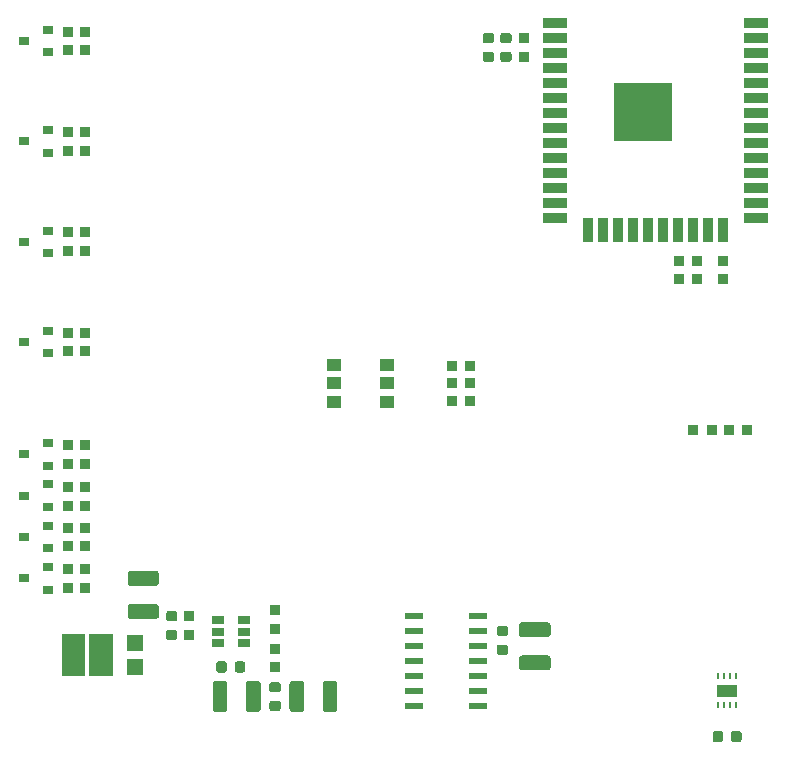
<source format=gbr>
G04 #@! TF.GenerationSoftware,KiCad,Pcbnew,5.0.2-bee76a0~70~ubuntu18.04.1*
G04 #@! TF.CreationDate,2019-07-19T10:20:09+02:00*
G04 #@! TF.ProjectId,Plant_monitoring_device,506c616e-745f-46d6-9f6e-69746f72696e,rev?*
G04 #@! TF.SameCoordinates,Original*
G04 #@! TF.FileFunction,Paste,Top*
G04 #@! TF.FilePolarity,Positive*
%FSLAX46Y46*%
G04 Gerber Fmt 4.6, Leading zero omitted, Abs format (unit mm)*
G04 Created by KiCad (PCBNEW 5.0.2-bee76a0~70~ubuntu18.04.1) date Fri 19 Jul 2019 10:20:09 CEST*
%MOMM*%
%LPD*%
G01*
G04 APERTURE LIST*
%ADD10C,0.100000*%
%ADD11R,5.000000X5.000000*%
%ADD12R,2.000000X0.900000*%
%ADD13R,0.900000X2.000000*%
%ADD14C,1.250000*%
%ADD15R,1.450000X1.450000*%
%ADD16R,0.950000X0.875000*%
%ADD17R,1.200000X1.000000*%
%ADD18R,0.875000X0.950000*%
%ADD19C,0.875000*%
%ADD20R,1.500000X0.600000*%
%ADD21R,1.060000X0.650000*%
%ADD22R,0.900000X0.800000*%
%ADD23R,0.250000X0.600000*%
%ADD24R,1.700000X1.000000*%
G04 APERTURE END LIST*
D10*
G04 #@! TO.C,D1*
G36*
X199000000Y-131200000D02*
X197000000Y-131200000D01*
X197000000Y-134800000D01*
X199000000Y-134800000D01*
X199000000Y-131200000D01*
G37*
G36*
X196700000Y-131200000D02*
X194700000Y-131200000D01*
X194700000Y-134800000D01*
X196700000Y-134800000D01*
X196700000Y-131200000D01*
G37*
G04 #@! TD*
D11*
G04 #@! TO.C,U1*
X243930000Y-86980000D03*
D12*
X253445000Y-79495000D03*
X253445000Y-80765000D03*
X253445000Y-82035000D03*
X253445000Y-83305000D03*
X253445000Y-84575000D03*
X253445000Y-85845000D03*
X253445000Y-87115000D03*
X253445000Y-88385000D03*
X253445000Y-89655000D03*
X253445000Y-90925000D03*
X253445000Y-92195000D03*
X253445000Y-93465000D03*
X253445000Y-94735000D03*
X253445000Y-96005000D03*
D13*
X250660000Y-97005000D03*
X249390000Y-97005000D03*
X248120000Y-97005000D03*
X246850000Y-97005000D03*
X245580000Y-97005000D03*
X244310000Y-97005000D03*
X243040000Y-97005000D03*
X241770000Y-97005000D03*
X240500000Y-97005000D03*
X239230000Y-97005000D03*
D12*
X236445000Y-96005000D03*
X236445000Y-94735000D03*
X236445000Y-93465000D03*
X236445000Y-92195000D03*
X236445000Y-90925000D03*
X236445000Y-89655000D03*
X236445000Y-88385000D03*
X236445000Y-87115000D03*
X236445000Y-85845000D03*
X236445000Y-84575000D03*
X236445000Y-83305000D03*
X236445000Y-82035000D03*
X236445000Y-80765000D03*
X236445000Y-79495000D03*
G04 #@! TD*
D10*
G04 #@! TO.C,C31*
G36*
X202699504Y-125876204D02*
X202723773Y-125879804D01*
X202747571Y-125885765D01*
X202770671Y-125894030D01*
X202792849Y-125904520D01*
X202813893Y-125917133D01*
X202833598Y-125931747D01*
X202851777Y-125948223D01*
X202868253Y-125966402D01*
X202882867Y-125986107D01*
X202895480Y-126007151D01*
X202905970Y-126029329D01*
X202914235Y-126052429D01*
X202920196Y-126076227D01*
X202923796Y-126100496D01*
X202925000Y-126125000D01*
X202925000Y-126875000D01*
X202923796Y-126899504D01*
X202920196Y-126923773D01*
X202914235Y-126947571D01*
X202905970Y-126970671D01*
X202895480Y-126992849D01*
X202882867Y-127013893D01*
X202868253Y-127033598D01*
X202851777Y-127051777D01*
X202833598Y-127068253D01*
X202813893Y-127082867D01*
X202792849Y-127095480D01*
X202770671Y-127105970D01*
X202747571Y-127114235D01*
X202723773Y-127120196D01*
X202699504Y-127123796D01*
X202675000Y-127125000D01*
X200525000Y-127125000D01*
X200500496Y-127123796D01*
X200476227Y-127120196D01*
X200452429Y-127114235D01*
X200429329Y-127105970D01*
X200407151Y-127095480D01*
X200386107Y-127082867D01*
X200366402Y-127068253D01*
X200348223Y-127051777D01*
X200331747Y-127033598D01*
X200317133Y-127013893D01*
X200304520Y-126992849D01*
X200294030Y-126970671D01*
X200285765Y-126947571D01*
X200279804Y-126923773D01*
X200276204Y-126899504D01*
X200275000Y-126875000D01*
X200275000Y-126125000D01*
X200276204Y-126100496D01*
X200279804Y-126076227D01*
X200285765Y-126052429D01*
X200294030Y-126029329D01*
X200304520Y-126007151D01*
X200317133Y-125986107D01*
X200331747Y-125966402D01*
X200348223Y-125948223D01*
X200366402Y-125931747D01*
X200386107Y-125917133D01*
X200407151Y-125904520D01*
X200429329Y-125894030D01*
X200452429Y-125885765D01*
X200476227Y-125879804D01*
X200500496Y-125876204D01*
X200525000Y-125875000D01*
X202675000Y-125875000D01*
X202699504Y-125876204D01*
X202699504Y-125876204D01*
G37*
D14*
X201600000Y-126500000D03*
D10*
G36*
X202699504Y-128676204D02*
X202723773Y-128679804D01*
X202747571Y-128685765D01*
X202770671Y-128694030D01*
X202792849Y-128704520D01*
X202813893Y-128717133D01*
X202833598Y-128731747D01*
X202851777Y-128748223D01*
X202868253Y-128766402D01*
X202882867Y-128786107D01*
X202895480Y-128807151D01*
X202905970Y-128829329D01*
X202914235Y-128852429D01*
X202920196Y-128876227D01*
X202923796Y-128900496D01*
X202925000Y-128925000D01*
X202925000Y-129675000D01*
X202923796Y-129699504D01*
X202920196Y-129723773D01*
X202914235Y-129747571D01*
X202905970Y-129770671D01*
X202895480Y-129792849D01*
X202882867Y-129813893D01*
X202868253Y-129833598D01*
X202851777Y-129851777D01*
X202833598Y-129868253D01*
X202813893Y-129882867D01*
X202792849Y-129895480D01*
X202770671Y-129905970D01*
X202747571Y-129914235D01*
X202723773Y-129920196D01*
X202699504Y-129923796D01*
X202675000Y-129925000D01*
X200525000Y-129925000D01*
X200500496Y-129923796D01*
X200476227Y-129920196D01*
X200452429Y-129914235D01*
X200429329Y-129905970D01*
X200407151Y-129895480D01*
X200386107Y-129882867D01*
X200366402Y-129868253D01*
X200348223Y-129851777D01*
X200331747Y-129833598D01*
X200317133Y-129813893D01*
X200304520Y-129792849D01*
X200294030Y-129770671D01*
X200285765Y-129747571D01*
X200279804Y-129723773D01*
X200276204Y-129699504D01*
X200275000Y-129675000D01*
X200275000Y-128925000D01*
X200276204Y-128900496D01*
X200279804Y-128876227D01*
X200285765Y-128852429D01*
X200294030Y-128829329D01*
X200304520Y-128807151D01*
X200317133Y-128786107D01*
X200331747Y-128766402D01*
X200348223Y-128748223D01*
X200366402Y-128731747D01*
X200386107Y-128717133D01*
X200407151Y-128704520D01*
X200429329Y-128694030D01*
X200452429Y-128685765D01*
X200476227Y-128679804D01*
X200500496Y-128676204D01*
X200525000Y-128675000D01*
X202675000Y-128675000D01*
X202699504Y-128676204D01*
X202699504Y-128676204D01*
G37*
D14*
X201600000Y-129300000D03*
G04 #@! TD*
D15*
G04 #@! TO.C,D1*
X200900000Y-134000000D03*
X200900000Y-132000000D03*
G04 #@! TD*
D16*
G04 #@! TO.C,R7*
X196700000Y-81787500D03*
X196700000Y-80212500D03*
G04 #@! TD*
G04 #@! TO.C,R26*
X195200000Y-107287500D03*
X195200000Y-105712500D03*
G04 #@! TD*
G04 #@! TO.C,R25*
X195200000Y-97212500D03*
X195200000Y-98787500D03*
G04 #@! TD*
G04 #@! TO.C,R24*
X195200000Y-90287500D03*
X195200000Y-88712500D03*
G04 #@! TD*
G04 #@! TO.C,R23*
X195200000Y-80212500D03*
X195200000Y-81787500D03*
G04 #@! TD*
G04 #@! TO.C,R22*
X195200000Y-127287500D03*
X195200000Y-125712500D03*
G04 #@! TD*
G04 #@! TO.C,R21*
X195200000Y-122212500D03*
X195200000Y-123787500D03*
G04 #@! TD*
G04 #@! TO.C,R20*
X195200000Y-120337500D03*
X195200000Y-118762500D03*
G04 #@! TD*
G04 #@! TO.C,R19*
X195200000Y-115212500D03*
X195200000Y-116787500D03*
G04 #@! TD*
D17*
G04 #@! TO.C,LD1*
X217750000Y-108400000D03*
X222250000Y-108400000D03*
X217750000Y-110000000D03*
X222250000Y-110000000D03*
X217750000Y-111600000D03*
X222250000Y-111600000D03*
G04 #@! TD*
D18*
G04 #@! TO.C,R113*
X227712500Y-111500000D03*
X229287500Y-111500000D03*
G04 #@! TD*
G04 #@! TO.C,R111*
X229287500Y-108500000D03*
X227712500Y-108500000D03*
G04 #@! TD*
G04 #@! TO.C,R112*
X227712500Y-110000000D03*
X229287500Y-110000000D03*
G04 #@! TD*
D16*
G04 #@! TO.C,R13*
X233800000Y-82337500D03*
X233800000Y-80762500D03*
G04 #@! TD*
G04 #@! TO.C,R17*
X246950000Y-99612500D03*
X246950000Y-101187500D03*
G04 #@! TD*
G04 #@! TO.C,R15*
X248450000Y-99612500D03*
X248450000Y-101187500D03*
G04 #@! TD*
G04 #@! TO.C,R16*
X250675000Y-101187500D03*
X250675000Y-99612500D03*
G04 #@! TD*
D18*
G04 #@! TO.C,R11*
X252737500Y-113900000D03*
X251162500Y-113900000D03*
G04 #@! TD*
G04 #@! TO.C,R12*
X249737500Y-113900000D03*
X248162500Y-113900000D03*
G04 #@! TD*
D10*
G04 #@! TO.C,C22*
G36*
X232277691Y-132101053D02*
X232298926Y-132104203D01*
X232319750Y-132109419D01*
X232339962Y-132116651D01*
X232359368Y-132125830D01*
X232377781Y-132136866D01*
X232395024Y-132149654D01*
X232410930Y-132164070D01*
X232425346Y-132179976D01*
X232438134Y-132197219D01*
X232449170Y-132215632D01*
X232458349Y-132235038D01*
X232465581Y-132255250D01*
X232470797Y-132276074D01*
X232473947Y-132297309D01*
X232475000Y-132318750D01*
X232475000Y-132756250D01*
X232473947Y-132777691D01*
X232470797Y-132798926D01*
X232465581Y-132819750D01*
X232458349Y-132839962D01*
X232449170Y-132859368D01*
X232438134Y-132877781D01*
X232425346Y-132895024D01*
X232410930Y-132910930D01*
X232395024Y-132925346D01*
X232377781Y-132938134D01*
X232359368Y-132949170D01*
X232339962Y-132958349D01*
X232319750Y-132965581D01*
X232298926Y-132970797D01*
X232277691Y-132973947D01*
X232256250Y-132975000D01*
X231743750Y-132975000D01*
X231722309Y-132973947D01*
X231701074Y-132970797D01*
X231680250Y-132965581D01*
X231660038Y-132958349D01*
X231640632Y-132949170D01*
X231622219Y-132938134D01*
X231604976Y-132925346D01*
X231589070Y-132910930D01*
X231574654Y-132895024D01*
X231561866Y-132877781D01*
X231550830Y-132859368D01*
X231541651Y-132839962D01*
X231534419Y-132819750D01*
X231529203Y-132798926D01*
X231526053Y-132777691D01*
X231525000Y-132756250D01*
X231525000Y-132318750D01*
X231526053Y-132297309D01*
X231529203Y-132276074D01*
X231534419Y-132255250D01*
X231541651Y-132235038D01*
X231550830Y-132215632D01*
X231561866Y-132197219D01*
X231574654Y-132179976D01*
X231589070Y-132164070D01*
X231604976Y-132149654D01*
X231622219Y-132136866D01*
X231640632Y-132125830D01*
X231660038Y-132116651D01*
X231680250Y-132109419D01*
X231701074Y-132104203D01*
X231722309Y-132101053D01*
X231743750Y-132100000D01*
X232256250Y-132100000D01*
X232277691Y-132101053D01*
X232277691Y-132101053D01*
G37*
D19*
X232000000Y-132537500D03*
D10*
G36*
X232277691Y-130526053D02*
X232298926Y-130529203D01*
X232319750Y-130534419D01*
X232339962Y-130541651D01*
X232359368Y-130550830D01*
X232377781Y-130561866D01*
X232395024Y-130574654D01*
X232410930Y-130589070D01*
X232425346Y-130604976D01*
X232438134Y-130622219D01*
X232449170Y-130640632D01*
X232458349Y-130660038D01*
X232465581Y-130680250D01*
X232470797Y-130701074D01*
X232473947Y-130722309D01*
X232475000Y-130743750D01*
X232475000Y-131181250D01*
X232473947Y-131202691D01*
X232470797Y-131223926D01*
X232465581Y-131244750D01*
X232458349Y-131264962D01*
X232449170Y-131284368D01*
X232438134Y-131302781D01*
X232425346Y-131320024D01*
X232410930Y-131335930D01*
X232395024Y-131350346D01*
X232377781Y-131363134D01*
X232359368Y-131374170D01*
X232339962Y-131383349D01*
X232319750Y-131390581D01*
X232298926Y-131395797D01*
X232277691Y-131398947D01*
X232256250Y-131400000D01*
X231743750Y-131400000D01*
X231722309Y-131398947D01*
X231701074Y-131395797D01*
X231680250Y-131390581D01*
X231660038Y-131383349D01*
X231640632Y-131374170D01*
X231622219Y-131363134D01*
X231604976Y-131350346D01*
X231589070Y-131335930D01*
X231574654Y-131320024D01*
X231561866Y-131302781D01*
X231550830Y-131284368D01*
X231541651Y-131264962D01*
X231534419Y-131244750D01*
X231529203Y-131223926D01*
X231526053Y-131202691D01*
X231525000Y-131181250D01*
X231525000Y-130743750D01*
X231526053Y-130722309D01*
X231529203Y-130701074D01*
X231534419Y-130680250D01*
X231541651Y-130660038D01*
X231550830Y-130640632D01*
X231561866Y-130622219D01*
X231574654Y-130604976D01*
X231589070Y-130589070D01*
X231604976Y-130574654D01*
X231622219Y-130561866D01*
X231640632Y-130550830D01*
X231660038Y-130541651D01*
X231680250Y-130534419D01*
X231701074Y-130529203D01*
X231722309Y-130526053D01*
X231743750Y-130525000D01*
X232256250Y-130525000D01*
X232277691Y-130526053D01*
X232277691Y-130526053D01*
G37*
D19*
X232000000Y-130962500D03*
G04 #@! TD*
D10*
G04 #@! TO.C,C21*
G36*
X235849504Y-130226204D02*
X235873773Y-130229804D01*
X235897571Y-130235765D01*
X235920671Y-130244030D01*
X235942849Y-130254520D01*
X235963893Y-130267133D01*
X235983598Y-130281747D01*
X236001777Y-130298223D01*
X236018253Y-130316402D01*
X236032867Y-130336107D01*
X236045480Y-130357151D01*
X236055970Y-130379329D01*
X236064235Y-130402429D01*
X236070196Y-130426227D01*
X236073796Y-130450496D01*
X236075000Y-130475000D01*
X236075000Y-131225000D01*
X236073796Y-131249504D01*
X236070196Y-131273773D01*
X236064235Y-131297571D01*
X236055970Y-131320671D01*
X236045480Y-131342849D01*
X236032867Y-131363893D01*
X236018253Y-131383598D01*
X236001777Y-131401777D01*
X235983598Y-131418253D01*
X235963893Y-131432867D01*
X235942849Y-131445480D01*
X235920671Y-131455970D01*
X235897571Y-131464235D01*
X235873773Y-131470196D01*
X235849504Y-131473796D01*
X235825000Y-131475000D01*
X233675000Y-131475000D01*
X233650496Y-131473796D01*
X233626227Y-131470196D01*
X233602429Y-131464235D01*
X233579329Y-131455970D01*
X233557151Y-131445480D01*
X233536107Y-131432867D01*
X233516402Y-131418253D01*
X233498223Y-131401777D01*
X233481747Y-131383598D01*
X233467133Y-131363893D01*
X233454520Y-131342849D01*
X233444030Y-131320671D01*
X233435765Y-131297571D01*
X233429804Y-131273773D01*
X233426204Y-131249504D01*
X233425000Y-131225000D01*
X233425000Y-130475000D01*
X233426204Y-130450496D01*
X233429804Y-130426227D01*
X233435765Y-130402429D01*
X233444030Y-130379329D01*
X233454520Y-130357151D01*
X233467133Y-130336107D01*
X233481747Y-130316402D01*
X233498223Y-130298223D01*
X233516402Y-130281747D01*
X233536107Y-130267133D01*
X233557151Y-130254520D01*
X233579329Y-130244030D01*
X233602429Y-130235765D01*
X233626227Y-130229804D01*
X233650496Y-130226204D01*
X233675000Y-130225000D01*
X235825000Y-130225000D01*
X235849504Y-130226204D01*
X235849504Y-130226204D01*
G37*
D14*
X234750000Y-130850000D03*
D10*
G36*
X235849504Y-133026204D02*
X235873773Y-133029804D01*
X235897571Y-133035765D01*
X235920671Y-133044030D01*
X235942849Y-133054520D01*
X235963893Y-133067133D01*
X235983598Y-133081747D01*
X236001777Y-133098223D01*
X236018253Y-133116402D01*
X236032867Y-133136107D01*
X236045480Y-133157151D01*
X236055970Y-133179329D01*
X236064235Y-133202429D01*
X236070196Y-133226227D01*
X236073796Y-133250496D01*
X236075000Y-133275000D01*
X236075000Y-134025000D01*
X236073796Y-134049504D01*
X236070196Y-134073773D01*
X236064235Y-134097571D01*
X236055970Y-134120671D01*
X236045480Y-134142849D01*
X236032867Y-134163893D01*
X236018253Y-134183598D01*
X236001777Y-134201777D01*
X235983598Y-134218253D01*
X235963893Y-134232867D01*
X235942849Y-134245480D01*
X235920671Y-134255970D01*
X235897571Y-134264235D01*
X235873773Y-134270196D01*
X235849504Y-134273796D01*
X235825000Y-134275000D01*
X233675000Y-134275000D01*
X233650496Y-134273796D01*
X233626227Y-134270196D01*
X233602429Y-134264235D01*
X233579329Y-134255970D01*
X233557151Y-134245480D01*
X233536107Y-134232867D01*
X233516402Y-134218253D01*
X233498223Y-134201777D01*
X233481747Y-134183598D01*
X233467133Y-134163893D01*
X233454520Y-134142849D01*
X233444030Y-134120671D01*
X233435765Y-134097571D01*
X233429804Y-134073773D01*
X233426204Y-134049504D01*
X233425000Y-134025000D01*
X233425000Y-133275000D01*
X233426204Y-133250496D01*
X233429804Y-133226227D01*
X233435765Y-133202429D01*
X233444030Y-133179329D01*
X233454520Y-133157151D01*
X233467133Y-133136107D01*
X233481747Y-133116402D01*
X233498223Y-133098223D01*
X233516402Y-133081747D01*
X233536107Y-133067133D01*
X233557151Y-133054520D01*
X233579329Y-133044030D01*
X233602429Y-133035765D01*
X233626227Y-133029804D01*
X233650496Y-133026204D01*
X233675000Y-133025000D01*
X235825000Y-133025000D01*
X235849504Y-133026204D01*
X235849504Y-133026204D01*
G37*
D14*
X234750000Y-133650000D03*
G04 #@! TD*
D10*
G04 #@! TO.C,C33*
G36*
X214999504Y-135176204D02*
X215023773Y-135179804D01*
X215047571Y-135185765D01*
X215070671Y-135194030D01*
X215092849Y-135204520D01*
X215113893Y-135217133D01*
X215133598Y-135231747D01*
X215151777Y-135248223D01*
X215168253Y-135266402D01*
X215182867Y-135286107D01*
X215195480Y-135307151D01*
X215205970Y-135329329D01*
X215214235Y-135352429D01*
X215220196Y-135376227D01*
X215223796Y-135400496D01*
X215225000Y-135425000D01*
X215225000Y-137575000D01*
X215223796Y-137599504D01*
X215220196Y-137623773D01*
X215214235Y-137647571D01*
X215205970Y-137670671D01*
X215195480Y-137692849D01*
X215182867Y-137713893D01*
X215168253Y-137733598D01*
X215151777Y-137751777D01*
X215133598Y-137768253D01*
X215113893Y-137782867D01*
X215092849Y-137795480D01*
X215070671Y-137805970D01*
X215047571Y-137814235D01*
X215023773Y-137820196D01*
X214999504Y-137823796D01*
X214975000Y-137825000D01*
X214225000Y-137825000D01*
X214200496Y-137823796D01*
X214176227Y-137820196D01*
X214152429Y-137814235D01*
X214129329Y-137805970D01*
X214107151Y-137795480D01*
X214086107Y-137782867D01*
X214066402Y-137768253D01*
X214048223Y-137751777D01*
X214031747Y-137733598D01*
X214017133Y-137713893D01*
X214004520Y-137692849D01*
X213994030Y-137670671D01*
X213985765Y-137647571D01*
X213979804Y-137623773D01*
X213976204Y-137599504D01*
X213975000Y-137575000D01*
X213975000Y-135425000D01*
X213976204Y-135400496D01*
X213979804Y-135376227D01*
X213985765Y-135352429D01*
X213994030Y-135329329D01*
X214004520Y-135307151D01*
X214017133Y-135286107D01*
X214031747Y-135266402D01*
X214048223Y-135248223D01*
X214066402Y-135231747D01*
X214086107Y-135217133D01*
X214107151Y-135204520D01*
X214129329Y-135194030D01*
X214152429Y-135185765D01*
X214176227Y-135179804D01*
X214200496Y-135176204D01*
X214225000Y-135175000D01*
X214975000Y-135175000D01*
X214999504Y-135176204D01*
X214999504Y-135176204D01*
G37*
D14*
X214600000Y-136500000D03*
D10*
G36*
X217799504Y-135176204D02*
X217823773Y-135179804D01*
X217847571Y-135185765D01*
X217870671Y-135194030D01*
X217892849Y-135204520D01*
X217913893Y-135217133D01*
X217933598Y-135231747D01*
X217951777Y-135248223D01*
X217968253Y-135266402D01*
X217982867Y-135286107D01*
X217995480Y-135307151D01*
X218005970Y-135329329D01*
X218014235Y-135352429D01*
X218020196Y-135376227D01*
X218023796Y-135400496D01*
X218025000Y-135425000D01*
X218025000Y-137575000D01*
X218023796Y-137599504D01*
X218020196Y-137623773D01*
X218014235Y-137647571D01*
X218005970Y-137670671D01*
X217995480Y-137692849D01*
X217982867Y-137713893D01*
X217968253Y-137733598D01*
X217951777Y-137751777D01*
X217933598Y-137768253D01*
X217913893Y-137782867D01*
X217892849Y-137795480D01*
X217870671Y-137805970D01*
X217847571Y-137814235D01*
X217823773Y-137820196D01*
X217799504Y-137823796D01*
X217775000Y-137825000D01*
X217025000Y-137825000D01*
X217000496Y-137823796D01*
X216976227Y-137820196D01*
X216952429Y-137814235D01*
X216929329Y-137805970D01*
X216907151Y-137795480D01*
X216886107Y-137782867D01*
X216866402Y-137768253D01*
X216848223Y-137751777D01*
X216831747Y-137733598D01*
X216817133Y-137713893D01*
X216804520Y-137692849D01*
X216794030Y-137670671D01*
X216785765Y-137647571D01*
X216779804Y-137623773D01*
X216776204Y-137599504D01*
X216775000Y-137575000D01*
X216775000Y-135425000D01*
X216776204Y-135400496D01*
X216779804Y-135376227D01*
X216785765Y-135352429D01*
X216794030Y-135329329D01*
X216804520Y-135307151D01*
X216817133Y-135286107D01*
X216831747Y-135266402D01*
X216848223Y-135248223D01*
X216866402Y-135231747D01*
X216886107Y-135217133D01*
X216907151Y-135204520D01*
X216929329Y-135194030D01*
X216952429Y-135185765D01*
X216976227Y-135179804D01*
X217000496Y-135176204D01*
X217025000Y-135175000D01*
X217775000Y-135175000D01*
X217799504Y-135176204D01*
X217799504Y-135176204D01*
G37*
D14*
X217400000Y-136500000D03*
G04 #@! TD*
D10*
G04 #@! TO.C,C35*
G36*
X208452691Y-133526053D02*
X208473926Y-133529203D01*
X208494750Y-133534419D01*
X208514962Y-133541651D01*
X208534368Y-133550830D01*
X208552781Y-133561866D01*
X208570024Y-133574654D01*
X208585930Y-133589070D01*
X208600346Y-133604976D01*
X208613134Y-133622219D01*
X208624170Y-133640632D01*
X208633349Y-133660038D01*
X208640581Y-133680250D01*
X208645797Y-133701074D01*
X208648947Y-133722309D01*
X208650000Y-133743750D01*
X208650000Y-134256250D01*
X208648947Y-134277691D01*
X208645797Y-134298926D01*
X208640581Y-134319750D01*
X208633349Y-134339962D01*
X208624170Y-134359368D01*
X208613134Y-134377781D01*
X208600346Y-134395024D01*
X208585930Y-134410930D01*
X208570024Y-134425346D01*
X208552781Y-134438134D01*
X208534368Y-134449170D01*
X208514962Y-134458349D01*
X208494750Y-134465581D01*
X208473926Y-134470797D01*
X208452691Y-134473947D01*
X208431250Y-134475000D01*
X207993750Y-134475000D01*
X207972309Y-134473947D01*
X207951074Y-134470797D01*
X207930250Y-134465581D01*
X207910038Y-134458349D01*
X207890632Y-134449170D01*
X207872219Y-134438134D01*
X207854976Y-134425346D01*
X207839070Y-134410930D01*
X207824654Y-134395024D01*
X207811866Y-134377781D01*
X207800830Y-134359368D01*
X207791651Y-134339962D01*
X207784419Y-134319750D01*
X207779203Y-134298926D01*
X207776053Y-134277691D01*
X207775000Y-134256250D01*
X207775000Y-133743750D01*
X207776053Y-133722309D01*
X207779203Y-133701074D01*
X207784419Y-133680250D01*
X207791651Y-133660038D01*
X207800830Y-133640632D01*
X207811866Y-133622219D01*
X207824654Y-133604976D01*
X207839070Y-133589070D01*
X207854976Y-133574654D01*
X207872219Y-133561866D01*
X207890632Y-133550830D01*
X207910038Y-133541651D01*
X207930250Y-133534419D01*
X207951074Y-133529203D01*
X207972309Y-133526053D01*
X207993750Y-133525000D01*
X208431250Y-133525000D01*
X208452691Y-133526053D01*
X208452691Y-133526053D01*
G37*
D19*
X208212500Y-134000000D03*
D10*
G36*
X210027691Y-133526053D02*
X210048926Y-133529203D01*
X210069750Y-133534419D01*
X210089962Y-133541651D01*
X210109368Y-133550830D01*
X210127781Y-133561866D01*
X210145024Y-133574654D01*
X210160930Y-133589070D01*
X210175346Y-133604976D01*
X210188134Y-133622219D01*
X210199170Y-133640632D01*
X210208349Y-133660038D01*
X210215581Y-133680250D01*
X210220797Y-133701074D01*
X210223947Y-133722309D01*
X210225000Y-133743750D01*
X210225000Y-134256250D01*
X210223947Y-134277691D01*
X210220797Y-134298926D01*
X210215581Y-134319750D01*
X210208349Y-134339962D01*
X210199170Y-134359368D01*
X210188134Y-134377781D01*
X210175346Y-134395024D01*
X210160930Y-134410930D01*
X210145024Y-134425346D01*
X210127781Y-134438134D01*
X210109368Y-134449170D01*
X210089962Y-134458349D01*
X210069750Y-134465581D01*
X210048926Y-134470797D01*
X210027691Y-134473947D01*
X210006250Y-134475000D01*
X209568750Y-134475000D01*
X209547309Y-134473947D01*
X209526074Y-134470797D01*
X209505250Y-134465581D01*
X209485038Y-134458349D01*
X209465632Y-134449170D01*
X209447219Y-134438134D01*
X209429976Y-134425346D01*
X209414070Y-134410930D01*
X209399654Y-134395024D01*
X209386866Y-134377781D01*
X209375830Y-134359368D01*
X209366651Y-134339962D01*
X209359419Y-134319750D01*
X209354203Y-134298926D01*
X209351053Y-134277691D01*
X209350000Y-134256250D01*
X209350000Y-133743750D01*
X209351053Y-133722309D01*
X209354203Y-133701074D01*
X209359419Y-133680250D01*
X209366651Y-133660038D01*
X209375830Y-133640632D01*
X209386866Y-133622219D01*
X209399654Y-133604976D01*
X209414070Y-133589070D01*
X209429976Y-133574654D01*
X209447219Y-133561866D01*
X209465632Y-133550830D01*
X209485038Y-133541651D01*
X209505250Y-133534419D01*
X209526074Y-133529203D01*
X209547309Y-133526053D01*
X209568750Y-133525000D01*
X210006250Y-133525000D01*
X210027691Y-133526053D01*
X210027691Y-133526053D01*
G37*
D19*
X209787500Y-134000000D03*
G04 #@! TD*
D10*
G04 #@! TO.C,L31*
G36*
X208499504Y-135176204D02*
X208523773Y-135179804D01*
X208547571Y-135185765D01*
X208570671Y-135194030D01*
X208592849Y-135204520D01*
X208613893Y-135217133D01*
X208633598Y-135231747D01*
X208651777Y-135248223D01*
X208668253Y-135266402D01*
X208682867Y-135286107D01*
X208695480Y-135307151D01*
X208705970Y-135329329D01*
X208714235Y-135352429D01*
X208720196Y-135376227D01*
X208723796Y-135400496D01*
X208725000Y-135425000D01*
X208725000Y-137575000D01*
X208723796Y-137599504D01*
X208720196Y-137623773D01*
X208714235Y-137647571D01*
X208705970Y-137670671D01*
X208695480Y-137692849D01*
X208682867Y-137713893D01*
X208668253Y-137733598D01*
X208651777Y-137751777D01*
X208633598Y-137768253D01*
X208613893Y-137782867D01*
X208592849Y-137795480D01*
X208570671Y-137805970D01*
X208547571Y-137814235D01*
X208523773Y-137820196D01*
X208499504Y-137823796D01*
X208475000Y-137825000D01*
X207725000Y-137825000D01*
X207700496Y-137823796D01*
X207676227Y-137820196D01*
X207652429Y-137814235D01*
X207629329Y-137805970D01*
X207607151Y-137795480D01*
X207586107Y-137782867D01*
X207566402Y-137768253D01*
X207548223Y-137751777D01*
X207531747Y-137733598D01*
X207517133Y-137713893D01*
X207504520Y-137692849D01*
X207494030Y-137670671D01*
X207485765Y-137647571D01*
X207479804Y-137623773D01*
X207476204Y-137599504D01*
X207475000Y-137575000D01*
X207475000Y-135425000D01*
X207476204Y-135400496D01*
X207479804Y-135376227D01*
X207485765Y-135352429D01*
X207494030Y-135329329D01*
X207504520Y-135307151D01*
X207517133Y-135286107D01*
X207531747Y-135266402D01*
X207548223Y-135248223D01*
X207566402Y-135231747D01*
X207586107Y-135217133D01*
X207607151Y-135204520D01*
X207629329Y-135194030D01*
X207652429Y-135185765D01*
X207676227Y-135179804D01*
X207700496Y-135176204D01*
X207725000Y-135175000D01*
X208475000Y-135175000D01*
X208499504Y-135176204D01*
X208499504Y-135176204D01*
G37*
D14*
X208100000Y-136500000D03*
D10*
G36*
X211299504Y-135176204D02*
X211323773Y-135179804D01*
X211347571Y-135185765D01*
X211370671Y-135194030D01*
X211392849Y-135204520D01*
X211413893Y-135217133D01*
X211433598Y-135231747D01*
X211451777Y-135248223D01*
X211468253Y-135266402D01*
X211482867Y-135286107D01*
X211495480Y-135307151D01*
X211505970Y-135329329D01*
X211514235Y-135352429D01*
X211520196Y-135376227D01*
X211523796Y-135400496D01*
X211525000Y-135425000D01*
X211525000Y-137575000D01*
X211523796Y-137599504D01*
X211520196Y-137623773D01*
X211514235Y-137647571D01*
X211505970Y-137670671D01*
X211495480Y-137692849D01*
X211482867Y-137713893D01*
X211468253Y-137733598D01*
X211451777Y-137751777D01*
X211433598Y-137768253D01*
X211413893Y-137782867D01*
X211392849Y-137795480D01*
X211370671Y-137805970D01*
X211347571Y-137814235D01*
X211323773Y-137820196D01*
X211299504Y-137823796D01*
X211275000Y-137825000D01*
X210525000Y-137825000D01*
X210500496Y-137823796D01*
X210476227Y-137820196D01*
X210452429Y-137814235D01*
X210429329Y-137805970D01*
X210407151Y-137795480D01*
X210386107Y-137782867D01*
X210366402Y-137768253D01*
X210348223Y-137751777D01*
X210331747Y-137733598D01*
X210317133Y-137713893D01*
X210304520Y-137692849D01*
X210294030Y-137670671D01*
X210285765Y-137647571D01*
X210279804Y-137623773D01*
X210276204Y-137599504D01*
X210275000Y-137575000D01*
X210275000Y-135425000D01*
X210276204Y-135400496D01*
X210279804Y-135376227D01*
X210285765Y-135352429D01*
X210294030Y-135329329D01*
X210304520Y-135307151D01*
X210317133Y-135286107D01*
X210331747Y-135266402D01*
X210348223Y-135248223D01*
X210366402Y-135231747D01*
X210386107Y-135217133D01*
X210407151Y-135204520D01*
X210429329Y-135194030D01*
X210452429Y-135185765D01*
X210476227Y-135179804D01*
X210500496Y-135176204D01*
X210525000Y-135175000D01*
X211275000Y-135175000D01*
X211299504Y-135176204D01*
X211299504Y-135176204D01*
G37*
D14*
X210900000Y-136500000D03*
G04 #@! TD*
D16*
G04 #@! TO.C,R31*
X205500000Y-129712500D03*
X205500000Y-131287500D03*
G04 #@! TD*
G04 #@! TO.C,R32*
X212750000Y-134037500D03*
X212750000Y-132462500D03*
G04 #@! TD*
G04 #@! TO.C,R33*
X212750000Y-129212500D03*
X212750000Y-130787500D03*
G04 #@! TD*
D20*
G04 #@! TO.C,U2*
X229950000Y-137310000D03*
X229950000Y-136040000D03*
X229950000Y-134770000D03*
X229950000Y-133500000D03*
X229950000Y-132230000D03*
X229950000Y-130960000D03*
X229950000Y-129690000D03*
X224550000Y-129690000D03*
X224550000Y-130960000D03*
X224550000Y-132230000D03*
X224550000Y-133500000D03*
X224550000Y-134770000D03*
X224550000Y-136040000D03*
X224550000Y-137310000D03*
G04 #@! TD*
D21*
G04 #@! TO.C,U3*
X210100000Y-131950000D03*
X210100000Y-131000000D03*
X210100000Y-130050000D03*
X207900000Y-130050000D03*
X207900000Y-131950000D03*
X207900000Y-131000000D03*
G04 #@! TD*
D10*
G04 #@! TO.C,C32*
G36*
X204277691Y-129276053D02*
X204298926Y-129279203D01*
X204319750Y-129284419D01*
X204339962Y-129291651D01*
X204359368Y-129300830D01*
X204377781Y-129311866D01*
X204395024Y-129324654D01*
X204410930Y-129339070D01*
X204425346Y-129354976D01*
X204438134Y-129372219D01*
X204449170Y-129390632D01*
X204458349Y-129410038D01*
X204465581Y-129430250D01*
X204470797Y-129451074D01*
X204473947Y-129472309D01*
X204475000Y-129493750D01*
X204475000Y-129931250D01*
X204473947Y-129952691D01*
X204470797Y-129973926D01*
X204465581Y-129994750D01*
X204458349Y-130014962D01*
X204449170Y-130034368D01*
X204438134Y-130052781D01*
X204425346Y-130070024D01*
X204410930Y-130085930D01*
X204395024Y-130100346D01*
X204377781Y-130113134D01*
X204359368Y-130124170D01*
X204339962Y-130133349D01*
X204319750Y-130140581D01*
X204298926Y-130145797D01*
X204277691Y-130148947D01*
X204256250Y-130150000D01*
X203743750Y-130150000D01*
X203722309Y-130148947D01*
X203701074Y-130145797D01*
X203680250Y-130140581D01*
X203660038Y-130133349D01*
X203640632Y-130124170D01*
X203622219Y-130113134D01*
X203604976Y-130100346D01*
X203589070Y-130085930D01*
X203574654Y-130070024D01*
X203561866Y-130052781D01*
X203550830Y-130034368D01*
X203541651Y-130014962D01*
X203534419Y-129994750D01*
X203529203Y-129973926D01*
X203526053Y-129952691D01*
X203525000Y-129931250D01*
X203525000Y-129493750D01*
X203526053Y-129472309D01*
X203529203Y-129451074D01*
X203534419Y-129430250D01*
X203541651Y-129410038D01*
X203550830Y-129390632D01*
X203561866Y-129372219D01*
X203574654Y-129354976D01*
X203589070Y-129339070D01*
X203604976Y-129324654D01*
X203622219Y-129311866D01*
X203640632Y-129300830D01*
X203660038Y-129291651D01*
X203680250Y-129284419D01*
X203701074Y-129279203D01*
X203722309Y-129276053D01*
X203743750Y-129275000D01*
X204256250Y-129275000D01*
X204277691Y-129276053D01*
X204277691Y-129276053D01*
G37*
D19*
X204000000Y-129712500D03*
D10*
G36*
X204277691Y-130851053D02*
X204298926Y-130854203D01*
X204319750Y-130859419D01*
X204339962Y-130866651D01*
X204359368Y-130875830D01*
X204377781Y-130886866D01*
X204395024Y-130899654D01*
X204410930Y-130914070D01*
X204425346Y-130929976D01*
X204438134Y-130947219D01*
X204449170Y-130965632D01*
X204458349Y-130985038D01*
X204465581Y-131005250D01*
X204470797Y-131026074D01*
X204473947Y-131047309D01*
X204475000Y-131068750D01*
X204475000Y-131506250D01*
X204473947Y-131527691D01*
X204470797Y-131548926D01*
X204465581Y-131569750D01*
X204458349Y-131589962D01*
X204449170Y-131609368D01*
X204438134Y-131627781D01*
X204425346Y-131645024D01*
X204410930Y-131660930D01*
X204395024Y-131675346D01*
X204377781Y-131688134D01*
X204359368Y-131699170D01*
X204339962Y-131708349D01*
X204319750Y-131715581D01*
X204298926Y-131720797D01*
X204277691Y-131723947D01*
X204256250Y-131725000D01*
X203743750Y-131725000D01*
X203722309Y-131723947D01*
X203701074Y-131720797D01*
X203680250Y-131715581D01*
X203660038Y-131708349D01*
X203640632Y-131699170D01*
X203622219Y-131688134D01*
X203604976Y-131675346D01*
X203589070Y-131660930D01*
X203574654Y-131645024D01*
X203561866Y-131627781D01*
X203550830Y-131609368D01*
X203541651Y-131589962D01*
X203534419Y-131569750D01*
X203529203Y-131548926D01*
X203526053Y-131527691D01*
X203525000Y-131506250D01*
X203525000Y-131068750D01*
X203526053Y-131047309D01*
X203529203Y-131026074D01*
X203534419Y-131005250D01*
X203541651Y-130985038D01*
X203550830Y-130965632D01*
X203561866Y-130947219D01*
X203574654Y-130929976D01*
X203589070Y-130914070D01*
X203604976Y-130899654D01*
X203622219Y-130886866D01*
X203640632Y-130875830D01*
X203660038Y-130866651D01*
X203680250Y-130859419D01*
X203701074Y-130854203D01*
X203722309Y-130851053D01*
X203743750Y-130850000D01*
X204256250Y-130850000D01*
X204277691Y-130851053D01*
X204277691Y-130851053D01*
G37*
D19*
X204000000Y-131287500D03*
G04 #@! TD*
D10*
G04 #@! TO.C,C12*
G36*
X231077691Y-80326053D02*
X231098926Y-80329203D01*
X231119750Y-80334419D01*
X231139962Y-80341651D01*
X231159368Y-80350830D01*
X231177781Y-80361866D01*
X231195024Y-80374654D01*
X231210930Y-80389070D01*
X231225346Y-80404976D01*
X231238134Y-80422219D01*
X231249170Y-80440632D01*
X231258349Y-80460038D01*
X231265581Y-80480250D01*
X231270797Y-80501074D01*
X231273947Y-80522309D01*
X231275000Y-80543750D01*
X231275000Y-80981250D01*
X231273947Y-81002691D01*
X231270797Y-81023926D01*
X231265581Y-81044750D01*
X231258349Y-81064962D01*
X231249170Y-81084368D01*
X231238134Y-81102781D01*
X231225346Y-81120024D01*
X231210930Y-81135930D01*
X231195024Y-81150346D01*
X231177781Y-81163134D01*
X231159368Y-81174170D01*
X231139962Y-81183349D01*
X231119750Y-81190581D01*
X231098926Y-81195797D01*
X231077691Y-81198947D01*
X231056250Y-81200000D01*
X230543750Y-81200000D01*
X230522309Y-81198947D01*
X230501074Y-81195797D01*
X230480250Y-81190581D01*
X230460038Y-81183349D01*
X230440632Y-81174170D01*
X230422219Y-81163134D01*
X230404976Y-81150346D01*
X230389070Y-81135930D01*
X230374654Y-81120024D01*
X230361866Y-81102781D01*
X230350830Y-81084368D01*
X230341651Y-81064962D01*
X230334419Y-81044750D01*
X230329203Y-81023926D01*
X230326053Y-81002691D01*
X230325000Y-80981250D01*
X230325000Y-80543750D01*
X230326053Y-80522309D01*
X230329203Y-80501074D01*
X230334419Y-80480250D01*
X230341651Y-80460038D01*
X230350830Y-80440632D01*
X230361866Y-80422219D01*
X230374654Y-80404976D01*
X230389070Y-80389070D01*
X230404976Y-80374654D01*
X230422219Y-80361866D01*
X230440632Y-80350830D01*
X230460038Y-80341651D01*
X230480250Y-80334419D01*
X230501074Y-80329203D01*
X230522309Y-80326053D01*
X230543750Y-80325000D01*
X231056250Y-80325000D01*
X231077691Y-80326053D01*
X231077691Y-80326053D01*
G37*
D19*
X230800000Y-80762500D03*
D10*
G36*
X231077691Y-81901053D02*
X231098926Y-81904203D01*
X231119750Y-81909419D01*
X231139962Y-81916651D01*
X231159368Y-81925830D01*
X231177781Y-81936866D01*
X231195024Y-81949654D01*
X231210930Y-81964070D01*
X231225346Y-81979976D01*
X231238134Y-81997219D01*
X231249170Y-82015632D01*
X231258349Y-82035038D01*
X231265581Y-82055250D01*
X231270797Y-82076074D01*
X231273947Y-82097309D01*
X231275000Y-82118750D01*
X231275000Y-82556250D01*
X231273947Y-82577691D01*
X231270797Y-82598926D01*
X231265581Y-82619750D01*
X231258349Y-82639962D01*
X231249170Y-82659368D01*
X231238134Y-82677781D01*
X231225346Y-82695024D01*
X231210930Y-82710930D01*
X231195024Y-82725346D01*
X231177781Y-82738134D01*
X231159368Y-82749170D01*
X231139962Y-82758349D01*
X231119750Y-82765581D01*
X231098926Y-82770797D01*
X231077691Y-82773947D01*
X231056250Y-82775000D01*
X230543750Y-82775000D01*
X230522309Y-82773947D01*
X230501074Y-82770797D01*
X230480250Y-82765581D01*
X230460038Y-82758349D01*
X230440632Y-82749170D01*
X230422219Y-82738134D01*
X230404976Y-82725346D01*
X230389070Y-82710930D01*
X230374654Y-82695024D01*
X230361866Y-82677781D01*
X230350830Y-82659368D01*
X230341651Y-82639962D01*
X230334419Y-82619750D01*
X230329203Y-82598926D01*
X230326053Y-82577691D01*
X230325000Y-82556250D01*
X230325000Y-82118750D01*
X230326053Y-82097309D01*
X230329203Y-82076074D01*
X230334419Y-82055250D01*
X230341651Y-82035038D01*
X230350830Y-82015632D01*
X230361866Y-81997219D01*
X230374654Y-81979976D01*
X230389070Y-81964070D01*
X230404976Y-81949654D01*
X230422219Y-81936866D01*
X230440632Y-81925830D01*
X230460038Y-81916651D01*
X230480250Y-81909419D01*
X230501074Y-81904203D01*
X230522309Y-81901053D01*
X230543750Y-81900000D01*
X231056250Y-81900000D01*
X231077691Y-81901053D01*
X231077691Y-81901053D01*
G37*
D19*
X230800000Y-82337500D03*
G04 #@! TD*
D10*
G04 #@! TO.C,C11*
G36*
X232577691Y-81901053D02*
X232598926Y-81904203D01*
X232619750Y-81909419D01*
X232639962Y-81916651D01*
X232659368Y-81925830D01*
X232677781Y-81936866D01*
X232695024Y-81949654D01*
X232710930Y-81964070D01*
X232725346Y-81979976D01*
X232738134Y-81997219D01*
X232749170Y-82015632D01*
X232758349Y-82035038D01*
X232765581Y-82055250D01*
X232770797Y-82076074D01*
X232773947Y-82097309D01*
X232775000Y-82118750D01*
X232775000Y-82556250D01*
X232773947Y-82577691D01*
X232770797Y-82598926D01*
X232765581Y-82619750D01*
X232758349Y-82639962D01*
X232749170Y-82659368D01*
X232738134Y-82677781D01*
X232725346Y-82695024D01*
X232710930Y-82710930D01*
X232695024Y-82725346D01*
X232677781Y-82738134D01*
X232659368Y-82749170D01*
X232639962Y-82758349D01*
X232619750Y-82765581D01*
X232598926Y-82770797D01*
X232577691Y-82773947D01*
X232556250Y-82775000D01*
X232043750Y-82775000D01*
X232022309Y-82773947D01*
X232001074Y-82770797D01*
X231980250Y-82765581D01*
X231960038Y-82758349D01*
X231940632Y-82749170D01*
X231922219Y-82738134D01*
X231904976Y-82725346D01*
X231889070Y-82710930D01*
X231874654Y-82695024D01*
X231861866Y-82677781D01*
X231850830Y-82659368D01*
X231841651Y-82639962D01*
X231834419Y-82619750D01*
X231829203Y-82598926D01*
X231826053Y-82577691D01*
X231825000Y-82556250D01*
X231825000Y-82118750D01*
X231826053Y-82097309D01*
X231829203Y-82076074D01*
X231834419Y-82055250D01*
X231841651Y-82035038D01*
X231850830Y-82015632D01*
X231861866Y-81997219D01*
X231874654Y-81979976D01*
X231889070Y-81964070D01*
X231904976Y-81949654D01*
X231922219Y-81936866D01*
X231940632Y-81925830D01*
X231960038Y-81916651D01*
X231980250Y-81909419D01*
X232001074Y-81904203D01*
X232022309Y-81901053D01*
X232043750Y-81900000D01*
X232556250Y-81900000D01*
X232577691Y-81901053D01*
X232577691Y-81901053D01*
G37*
D19*
X232300000Y-82337500D03*
D10*
G36*
X232577691Y-80326053D02*
X232598926Y-80329203D01*
X232619750Y-80334419D01*
X232639962Y-80341651D01*
X232659368Y-80350830D01*
X232677781Y-80361866D01*
X232695024Y-80374654D01*
X232710930Y-80389070D01*
X232725346Y-80404976D01*
X232738134Y-80422219D01*
X232749170Y-80440632D01*
X232758349Y-80460038D01*
X232765581Y-80480250D01*
X232770797Y-80501074D01*
X232773947Y-80522309D01*
X232775000Y-80543750D01*
X232775000Y-80981250D01*
X232773947Y-81002691D01*
X232770797Y-81023926D01*
X232765581Y-81044750D01*
X232758349Y-81064962D01*
X232749170Y-81084368D01*
X232738134Y-81102781D01*
X232725346Y-81120024D01*
X232710930Y-81135930D01*
X232695024Y-81150346D01*
X232677781Y-81163134D01*
X232659368Y-81174170D01*
X232639962Y-81183349D01*
X232619750Y-81190581D01*
X232598926Y-81195797D01*
X232577691Y-81198947D01*
X232556250Y-81200000D01*
X232043750Y-81200000D01*
X232022309Y-81198947D01*
X232001074Y-81195797D01*
X231980250Y-81190581D01*
X231960038Y-81183349D01*
X231940632Y-81174170D01*
X231922219Y-81163134D01*
X231904976Y-81150346D01*
X231889070Y-81135930D01*
X231874654Y-81120024D01*
X231861866Y-81102781D01*
X231850830Y-81084368D01*
X231841651Y-81064962D01*
X231834419Y-81044750D01*
X231829203Y-81023926D01*
X231826053Y-81002691D01*
X231825000Y-80981250D01*
X231825000Y-80543750D01*
X231826053Y-80522309D01*
X231829203Y-80501074D01*
X231834419Y-80480250D01*
X231841651Y-80460038D01*
X231850830Y-80440632D01*
X231861866Y-80422219D01*
X231874654Y-80404976D01*
X231889070Y-80389070D01*
X231904976Y-80374654D01*
X231922219Y-80361866D01*
X231940632Y-80350830D01*
X231960038Y-80341651D01*
X231980250Y-80334419D01*
X232001074Y-80329203D01*
X232022309Y-80326053D01*
X232043750Y-80325000D01*
X232556250Y-80325000D01*
X232577691Y-80326053D01*
X232577691Y-80326053D01*
G37*
D19*
X232300000Y-80762500D03*
G04 #@! TD*
D10*
G04 #@! TO.C,C34*
G36*
X213027691Y-135276053D02*
X213048926Y-135279203D01*
X213069750Y-135284419D01*
X213089962Y-135291651D01*
X213109368Y-135300830D01*
X213127781Y-135311866D01*
X213145024Y-135324654D01*
X213160930Y-135339070D01*
X213175346Y-135354976D01*
X213188134Y-135372219D01*
X213199170Y-135390632D01*
X213208349Y-135410038D01*
X213215581Y-135430250D01*
X213220797Y-135451074D01*
X213223947Y-135472309D01*
X213225000Y-135493750D01*
X213225000Y-135931250D01*
X213223947Y-135952691D01*
X213220797Y-135973926D01*
X213215581Y-135994750D01*
X213208349Y-136014962D01*
X213199170Y-136034368D01*
X213188134Y-136052781D01*
X213175346Y-136070024D01*
X213160930Y-136085930D01*
X213145024Y-136100346D01*
X213127781Y-136113134D01*
X213109368Y-136124170D01*
X213089962Y-136133349D01*
X213069750Y-136140581D01*
X213048926Y-136145797D01*
X213027691Y-136148947D01*
X213006250Y-136150000D01*
X212493750Y-136150000D01*
X212472309Y-136148947D01*
X212451074Y-136145797D01*
X212430250Y-136140581D01*
X212410038Y-136133349D01*
X212390632Y-136124170D01*
X212372219Y-136113134D01*
X212354976Y-136100346D01*
X212339070Y-136085930D01*
X212324654Y-136070024D01*
X212311866Y-136052781D01*
X212300830Y-136034368D01*
X212291651Y-136014962D01*
X212284419Y-135994750D01*
X212279203Y-135973926D01*
X212276053Y-135952691D01*
X212275000Y-135931250D01*
X212275000Y-135493750D01*
X212276053Y-135472309D01*
X212279203Y-135451074D01*
X212284419Y-135430250D01*
X212291651Y-135410038D01*
X212300830Y-135390632D01*
X212311866Y-135372219D01*
X212324654Y-135354976D01*
X212339070Y-135339070D01*
X212354976Y-135324654D01*
X212372219Y-135311866D01*
X212390632Y-135300830D01*
X212410038Y-135291651D01*
X212430250Y-135284419D01*
X212451074Y-135279203D01*
X212472309Y-135276053D01*
X212493750Y-135275000D01*
X213006250Y-135275000D01*
X213027691Y-135276053D01*
X213027691Y-135276053D01*
G37*
D19*
X212750000Y-135712500D03*
D10*
G36*
X213027691Y-136851053D02*
X213048926Y-136854203D01*
X213069750Y-136859419D01*
X213089962Y-136866651D01*
X213109368Y-136875830D01*
X213127781Y-136886866D01*
X213145024Y-136899654D01*
X213160930Y-136914070D01*
X213175346Y-136929976D01*
X213188134Y-136947219D01*
X213199170Y-136965632D01*
X213208349Y-136985038D01*
X213215581Y-137005250D01*
X213220797Y-137026074D01*
X213223947Y-137047309D01*
X213225000Y-137068750D01*
X213225000Y-137506250D01*
X213223947Y-137527691D01*
X213220797Y-137548926D01*
X213215581Y-137569750D01*
X213208349Y-137589962D01*
X213199170Y-137609368D01*
X213188134Y-137627781D01*
X213175346Y-137645024D01*
X213160930Y-137660930D01*
X213145024Y-137675346D01*
X213127781Y-137688134D01*
X213109368Y-137699170D01*
X213089962Y-137708349D01*
X213069750Y-137715581D01*
X213048926Y-137720797D01*
X213027691Y-137723947D01*
X213006250Y-137725000D01*
X212493750Y-137725000D01*
X212472309Y-137723947D01*
X212451074Y-137720797D01*
X212430250Y-137715581D01*
X212410038Y-137708349D01*
X212390632Y-137699170D01*
X212372219Y-137688134D01*
X212354976Y-137675346D01*
X212339070Y-137660930D01*
X212324654Y-137645024D01*
X212311866Y-137627781D01*
X212300830Y-137609368D01*
X212291651Y-137589962D01*
X212284419Y-137569750D01*
X212279203Y-137548926D01*
X212276053Y-137527691D01*
X212275000Y-137506250D01*
X212275000Y-137068750D01*
X212276053Y-137047309D01*
X212279203Y-137026074D01*
X212284419Y-137005250D01*
X212291651Y-136985038D01*
X212300830Y-136965632D01*
X212311866Y-136947219D01*
X212324654Y-136929976D01*
X212339070Y-136914070D01*
X212354976Y-136899654D01*
X212372219Y-136886866D01*
X212390632Y-136875830D01*
X212410038Y-136866651D01*
X212430250Y-136859419D01*
X212451074Y-136854203D01*
X212472309Y-136851053D01*
X212493750Y-136850000D01*
X213006250Y-136850000D01*
X213027691Y-136851053D01*
X213027691Y-136851053D01*
G37*
D19*
X212750000Y-137287500D03*
G04 #@! TD*
D10*
G04 #@! TO.C,C41*
G36*
X252049515Y-139428908D02*
X252070750Y-139432058D01*
X252091574Y-139437274D01*
X252111786Y-139444506D01*
X252131192Y-139453685D01*
X252149605Y-139464721D01*
X252166848Y-139477509D01*
X252182754Y-139491925D01*
X252197170Y-139507831D01*
X252209958Y-139525074D01*
X252220994Y-139543487D01*
X252230173Y-139562893D01*
X252237405Y-139583105D01*
X252242621Y-139603929D01*
X252245771Y-139625164D01*
X252246824Y-139646605D01*
X252246824Y-140159105D01*
X252245771Y-140180546D01*
X252242621Y-140201781D01*
X252237405Y-140222605D01*
X252230173Y-140242817D01*
X252220994Y-140262223D01*
X252209958Y-140280636D01*
X252197170Y-140297879D01*
X252182754Y-140313785D01*
X252166848Y-140328201D01*
X252149605Y-140340989D01*
X252131192Y-140352025D01*
X252111786Y-140361204D01*
X252091574Y-140368436D01*
X252070750Y-140373652D01*
X252049515Y-140376802D01*
X252028074Y-140377855D01*
X251590574Y-140377855D01*
X251569133Y-140376802D01*
X251547898Y-140373652D01*
X251527074Y-140368436D01*
X251506862Y-140361204D01*
X251487456Y-140352025D01*
X251469043Y-140340989D01*
X251451800Y-140328201D01*
X251435894Y-140313785D01*
X251421478Y-140297879D01*
X251408690Y-140280636D01*
X251397654Y-140262223D01*
X251388475Y-140242817D01*
X251381243Y-140222605D01*
X251376027Y-140201781D01*
X251372877Y-140180546D01*
X251371824Y-140159105D01*
X251371824Y-139646605D01*
X251372877Y-139625164D01*
X251376027Y-139603929D01*
X251381243Y-139583105D01*
X251388475Y-139562893D01*
X251397654Y-139543487D01*
X251408690Y-139525074D01*
X251421478Y-139507831D01*
X251435894Y-139491925D01*
X251451800Y-139477509D01*
X251469043Y-139464721D01*
X251487456Y-139453685D01*
X251506862Y-139444506D01*
X251527074Y-139437274D01*
X251547898Y-139432058D01*
X251569133Y-139428908D01*
X251590574Y-139427855D01*
X252028074Y-139427855D01*
X252049515Y-139428908D01*
X252049515Y-139428908D01*
G37*
D19*
X251809324Y-139902855D03*
D10*
G36*
X250474515Y-139428908D02*
X250495750Y-139432058D01*
X250516574Y-139437274D01*
X250536786Y-139444506D01*
X250556192Y-139453685D01*
X250574605Y-139464721D01*
X250591848Y-139477509D01*
X250607754Y-139491925D01*
X250622170Y-139507831D01*
X250634958Y-139525074D01*
X250645994Y-139543487D01*
X250655173Y-139562893D01*
X250662405Y-139583105D01*
X250667621Y-139603929D01*
X250670771Y-139625164D01*
X250671824Y-139646605D01*
X250671824Y-140159105D01*
X250670771Y-140180546D01*
X250667621Y-140201781D01*
X250662405Y-140222605D01*
X250655173Y-140242817D01*
X250645994Y-140262223D01*
X250634958Y-140280636D01*
X250622170Y-140297879D01*
X250607754Y-140313785D01*
X250591848Y-140328201D01*
X250574605Y-140340989D01*
X250556192Y-140352025D01*
X250536786Y-140361204D01*
X250516574Y-140368436D01*
X250495750Y-140373652D01*
X250474515Y-140376802D01*
X250453074Y-140377855D01*
X250015574Y-140377855D01*
X249994133Y-140376802D01*
X249972898Y-140373652D01*
X249952074Y-140368436D01*
X249931862Y-140361204D01*
X249912456Y-140352025D01*
X249894043Y-140340989D01*
X249876800Y-140328201D01*
X249860894Y-140313785D01*
X249846478Y-140297879D01*
X249833690Y-140280636D01*
X249822654Y-140262223D01*
X249813475Y-140242817D01*
X249806243Y-140222605D01*
X249801027Y-140201781D01*
X249797877Y-140180546D01*
X249796824Y-140159105D01*
X249796824Y-139646605D01*
X249797877Y-139625164D01*
X249801027Y-139603929D01*
X249806243Y-139583105D01*
X249813475Y-139562893D01*
X249822654Y-139543487D01*
X249833690Y-139525074D01*
X249846478Y-139507831D01*
X249860894Y-139491925D01*
X249876800Y-139477509D01*
X249894043Y-139464721D01*
X249912456Y-139453685D01*
X249931862Y-139444506D01*
X249952074Y-139437274D01*
X249972898Y-139432058D01*
X249994133Y-139428908D01*
X250015574Y-139427855D01*
X250453074Y-139427855D01*
X250474515Y-139428908D01*
X250474515Y-139428908D01*
G37*
D19*
X250234324Y-139902855D03*
G04 #@! TD*
D16*
G04 #@! TO.C,R6*
X196700000Y-125712500D03*
X196700000Y-127287500D03*
G04 #@! TD*
G04 #@! TO.C,R5*
X196700000Y-123787500D03*
X196700000Y-122212500D03*
G04 #@! TD*
G04 #@! TO.C,R4*
X196700000Y-118762500D03*
X196700000Y-120337500D03*
G04 #@! TD*
G04 #@! TO.C,R8*
X196700000Y-88712500D03*
X196700000Y-90287500D03*
G04 #@! TD*
G04 #@! TO.C,R9*
X196700000Y-98787500D03*
X196700000Y-97212500D03*
G04 #@! TD*
G04 #@! TO.C,R10*
X196700000Y-105712500D03*
X196700000Y-107287500D03*
G04 #@! TD*
G04 #@! TO.C,R3*
X196700000Y-115212500D03*
X196700000Y-116787500D03*
G04 #@! TD*
D22*
G04 #@! TO.C,Q3*
X193500000Y-115050000D03*
X193500000Y-116950000D03*
X191500000Y-116000000D03*
G04 #@! TD*
G04 #@! TO.C,Q10*
X191500000Y-106500000D03*
X193500000Y-107450000D03*
X193500000Y-105550000D03*
G04 #@! TD*
G04 #@! TO.C,Q9*
X193500000Y-97050000D03*
X193500000Y-98950000D03*
X191500000Y-98000000D03*
G04 #@! TD*
G04 #@! TO.C,Q8*
X191500000Y-89500000D03*
X193500000Y-90450000D03*
X193500000Y-88550000D03*
G04 #@! TD*
G04 #@! TO.C,Q7*
X193500000Y-80050000D03*
X193500000Y-81950000D03*
X191500000Y-81000000D03*
G04 #@! TD*
G04 #@! TO.C,Q6*
X191500000Y-126500000D03*
X193500000Y-127450000D03*
X193500000Y-125550000D03*
G04 #@! TD*
G04 #@! TO.C,Q5*
X193500000Y-122050000D03*
X193500000Y-123950000D03*
X191500000Y-123000000D03*
G04 #@! TD*
G04 #@! TO.C,Q4*
X191500000Y-119500000D03*
X193500000Y-120450000D03*
X193500000Y-118550000D03*
G04 #@! TD*
D23*
G04 #@! TO.C,U4*
X251771824Y-134802855D03*
X251271824Y-134802855D03*
X250771824Y-134802855D03*
X250271824Y-134802855D03*
X250271824Y-137202855D03*
X250771824Y-137202855D03*
X251271824Y-137202855D03*
X251771824Y-137202855D03*
D24*
X251021824Y-136002855D03*
G04 #@! TD*
M02*

</source>
